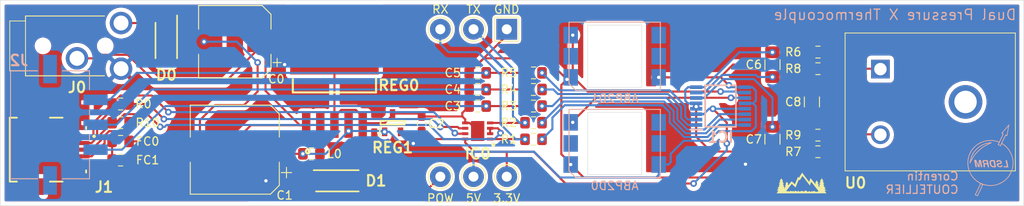
<source format=kicad_pcb>
(kicad_pcb (version 20171130) (host pcbnew "(5.1.0)-1")
  (layers (0 F.Cu signal) (31 B.Cu signal) (34 B.Paste user) (35 F.Paste user) (36 B.SilkS user) (37 F.SilkS user) (38 B.Mask user) (39 F.Mask user) (44 Edge.Cuts user))
  (net 0 "")
  (net 1 /AIN0)
  (net 2 "Net-(ABP2D0-Pad4)")
  (net 3 "Net-(ABP2D0-Pad2)")
  (net 4 "Net-(ABP2D0-Pad5)")
  (net 5 GND)
  (net 6 /5V)
  (net 7 "Net-(ABP2D1-Pad5)")
  (net 8 "Net-(ABP2D1-Pad2)")
  (net 9 "Net-(ABP2D1-Pad4)")
  (net 10 /AIN1)
  (net 11 /POWER)
  (net 12 /3.3V)
  (net 13 /GPIO2)
  (net 14 /GPIO1)
  (net 15 /GPIO0)
  (net 16 /AIN2)
  (net 17 /AIN3)
  (net 18 "Net-(D0-Pad1)")
  (net 19 "Net-(D1-Pad1)")
  (net 20 "Net-(FC0-Pad1)")
  (net 21 /SHIELD)
  (net 22 "Net-(IC0-Pad1)")
  (net 23 /#ENABLE)
  (net 24 "Net-(IC0-Pad4)")
  (net 25 "Net-(IC0-Pad6)")
  (net 26 "Net-(IC0-Pad7)")
  (net 27 "Net-(IC1-Pad1)")
  (net 28 "Net-(IC1-Pad2)")
  (net 29 "Net-(IC1-Pad14)")
  (net 30 "Net-(IC1-Pad15)")
  (net 31 "Net-(IC1-Pad16)")
  (net 32 /ENABLE)
  (net 33 "Net-(J2-PadMP1)")
  (net 34 "Net-(J2-PadMP2)")
  (net 35 "Net-(R6-Pad2)")
  (net 36 "Net-(R7-Pad1)")
  (net 37 "Net-(U0-PadMH1)")
  (module Desktop:Mountain (layer F.Cu) (at 217.75 109.25)
    (fp_text reference G*** hide)
    (fp_text value LOGO hide)
  )
  (module Desktop:LSDRMpcb_BIGONE (layer B.Cu) (at 240.5 106.5 180)
    (fp_text reference G*** hide)
    (fp_text value LOGO hide)
  )
  (module SamacSys_Parts:ABP2D (layer B.Cu) (at 195.25 104.5 90)
    (fp_text reference ABP2D0 (at -5.1 0) (layer B.SilkS) (effects (justify mirror)))
    (fp_text value ABP2D)
    (pad 3 smd rect (at 2.54 -5.3 90) (size 2 1.75) (layers B.Cu B.Paste B.Mask) (net 1 /AIN0))
    (pad 4 smd rect (at 2.54 5.3 90) (size 2 1.75) (layers B.Cu B.Paste B.Mask) (net 2 "Net-(ABP2D0-Pad4)"))
    (pad 2 smd rect (at 0 -5.3 90) (size 2 1.75) (layers B.Cu B.Paste B.Mask) (net 3 "Net-(ABP2D0-Pad2)"))
    (pad 5 smd rect (at 0 5.3 90) (size 2 1.75) (layers B.Cu B.Paste B.Mask) (net 4 "Net-(ABP2D0-Pad5)"))
    (pad 1 smd rect (at -2.54 -5.3 90) (size 2 1.75) (layers B.Cu B.Paste B.Mask) (net 5 GND))
    (pad 6 smd rect (at -2.54 5.3 90) (size 2 1.75) (layers B.Cu B.Paste B.Mask) (net 6 /5V))
  )
  (module SamacSys_Parts:ABP2D (layer B.Cu) (at 195.25 94 90)
    (fp_text reference ABP2D1 (at -5.1 0) (layer B.SilkS) (effects (justify mirror)))
    (fp_text value ABP2D)
    (pad 3 smd rect (at 2.54 -5.3 90) (size 2 1.75) (layers B.Cu B.Paste B.Mask) (net 10 /AIN1))
    (pad 4 smd rect (at 2.54 5.3 90) (size 2 1.75) (layers B.Cu B.Paste B.Mask) (net 9 "Net-(ABP2D1-Pad4)"))
    (pad 2 smd rect (at 0 -5.3 90) (size 2 1.75) (layers B.Cu B.Paste B.Mask) (net 8 "Net-(ABP2D1-Pad2)"))
    (pad 5 smd rect (at 0 5.3 90) (size 2 1.75) (layers B.Cu B.Paste B.Mask) (net 7 "Net-(ABP2D1-Pad5)"))
    (pad 1 smd rect (at -2.54 -5.3 90) (size 2 1.75) (layers B.Cu B.Paste B.Mask) (net 5 GND))
    (pad 6 smd rect (at -2.54 5.3 90) (size 2 1.75) (layers B.Cu B.Paste B.Mask) (net 6 /5V))
  )
  (module Capacitor_SMD:CP_Elec_8x10.5 (layer F.Cu) (at 149.5 92.25 180)
    (fp_text reference C0 (at -5 -4.5) (layer F.SilkS))
    (fp_text value 100u)
    (pad 1 smd roundrect (at -3.7 0 180) (size 4.4 2.5) (layers F.Cu F.Paste F.Mask) (roundrect_rratio 0.1) (net 11 /POWER))
    (pad 2 smd roundrect (at 3.7 0 180) (size 4.4 2.5) (layers F.Cu F.Paste F.Mask) (roundrect_rratio 0.1) (net 5 GND))
  )
  (module Capacitor_SMD:CP_Elec_10x10.5 (layer F.Cu) (at 149.5 105.25 180)
    (fp_text reference C1 (at -6 -5.5) (layer F.SilkS))
    (fp_text value 1000u)
    (pad 1 smd roundrect (at -4.2 0 180) (size 4.4 2.5) (layers F.Cu F.Paste F.Mask) (roundrect_rratio 0.1) (net 6 /5V))
    (pad 2 smd roundrect (at 4.2 0 180) (size 4.4 2.5) (layers F.Cu F.Paste F.Mask) (roundrect_rratio 0.1) (net 5 GND))
  )
  (module Capacitor_SMD:C_0603_1608Metric_Pad1.05x0.95mm_HandSolder (layer F.Cu) (at 172 102.125 90)
    (fp_text reference C2 (at 0 1.75 180) (layer F.SilkS))
    (fp_text value 1u)
    (pad 1 smd roundrect (at -0.875 0 90) (size 1.05 0.95) (layers F.Cu F.Paste F.Mask) (net 12 /3.3V))
    (pad 2 smd roundrect (at 0.875 0 90) (size 1.05 0.95) (layers F.Cu F.Paste F.Mask) (net 5 GND))
  )
  (module Capacitor_SMD:C_0805_2012Metric_Pad1.15x1.40mm_HandSolder (layer F.Cu) (at 178.75 100 180)
    (fp_text reference C3 (at 3 0 180) (layer F.SilkS))
    (fp_text value FREECHOICE)
    (pad 1 smd roundrect (at -1.025 0 180) (size 1.15 1.4) (layers F.Cu F.Paste F.Mask) (roundrect_rratio 0.217391) (net 13 /GPIO2))
    (pad 2 smd roundrect (at 1.025 0 180) (size 1.15 1.4) (layers F.Cu F.Paste F.Mask) (roundrect_rratio 0.217391) (net 5 GND))
  )
  (module Capacitor_SMD:C_0805_2012Metric_Pad1.15x1.40mm_HandSolder (layer F.Cu) (at 178.75 98 180)
    (fp_text reference C4 (at 3 0 180) (layer F.SilkS))
    (fp_text value FC)
    (pad 2 smd roundrect (at 1.025 0 180) (size 1.15 1.4) (layers F.Cu F.Paste F.Mask) (roundrect_rratio 0.217391) (net 5 GND))
    (pad 1 smd roundrect (at -1.025 0 180) (size 1.15 1.4) (layers F.Cu F.Paste F.Mask) (roundrect_rratio 0.217391) (net 14 /GPIO1))
  )
  (module Capacitor_SMD:C_0805_2012Metric_Pad1.15x1.40mm_HandSolder (layer F.Cu) (at 178.75 96 180)
    (fp_text reference C5 (at 3 0 180) (layer F.SilkS))
    (fp_text value FC)
    (pad 1 smd roundrect (at -1.025 0 180) (size 1.15 1.4) (layers F.Cu F.Paste F.Mask) (roundrect_rratio 0.217391) (net 15 /GPIO0))
    (pad 2 smd roundrect (at 1.025 0 180) (size 1.15 1.4) (layers F.Cu F.Paste F.Mask) (roundrect_rratio 0.217391) (net 5 GND))
  )
  (module Capacitor_SMD:C_1206_3216Metric_Pad1.42x1.75mm_HandSolder (layer F.Cu) (at 214.25 95.0125 270)
    (fp_text reference C6 (at -0.0125 2.25) (layer F.SilkS))
    (fp_text value 10n)
    (pad 2 smd roundrect (at 1.4875 0 270) (size 1.425 1.75) (layers F.Cu F.Paste F.Mask) (roundrect_rratio 0.175439) (net 16 /AIN2))
    (pad 1 smd roundrect (at -1.4875 0 270) (size 1.425 1.75) (layers F.Cu F.Paste F.Mask) (roundrect_rratio 0.175439) (net 5 GND))
  )
  (module Capacitor_SMD:C_1206_3216Metric_Pad1.42x1.75mm_HandSolder (layer F.Cu) (at 214.25 103.9875 270)
    (fp_text reference C7 (at 0.0125 2.25) (layer F.SilkS))
    (fp_text value 10n)
    (pad 1 smd roundrect (at -1.4875 0 270) (size 1.425 1.75) (layers F.Cu F.Paste F.Mask) (roundrect_rratio 0.175439) (net 17 /AIN3))
    (pad 2 smd roundrect (at 1.4875 0 270) (size 1.425 1.75) (layers F.Cu F.Paste F.Mask) (roundrect_rratio 0.175439) (net 5 GND))
  )
  (module Capacitor_SMD:C_1206_3216Metric_Pad1.42x1.75mm_HandSolder (layer F.Cu) (at 219 99.5 270)
    (fp_text reference C8 (at 0 2.25) (layer F.SilkS))
    (fp_text value 10u)
    (pad 1 smd roundrect (at -1.4875 0 270) (size 1.425 1.75) (layers F.Cu F.Paste F.Mask) (roundrect_rratio 0.175439) (net 16 /AIN2))
    (pad 2 smd roundrect (at 1.4875 0 270) (size 1.425 1.75) (layers F.Cu F.Paste F.Mask) (roundrect_rratio 0.175439) (net 17 /AIN3))
  )
  (module SamacSys_Parts:SODFL5226X110N (layer F.Cu) (at 141.25 92.1 270)
    (fp_text reference D0 (at 4.15 0) (layer F.SilkS) (effects (font (size 1.27 1.27) (thickness 0.254))))
    (fp_text value SBRT3U60SAF-13 hide)
    (pad 1 smd rect (at -2.1 0) (size 1.67 1.82) (layers F.Cu F.Paste F.Mask) (net 18 "Net-(D0-Pad1)"))
    (pad 2 smd rect (at 2.1 0) (size 1.67 1.82) (layers F.Cu F.Paste F.Mask) (net 5 GND))
  )
  (module SamacSys_Parts:DIOM5126X230N (layer F.Cu) (at 161.85 109)
    (fp_text reference D1 (at 4.65 0) (layer F.SilkS) (effects (font (size 1.27 1.27) (thickness 0.254))))
    (fp_text value SK34A hide)
    (pad 1 smd rect (at -2.1 0 90) (size 1.5 2.1) (layers F.Cu F.Paste F.Mask) (net 19 "Net-(D1-Pad1)"))
    (pad 2 smd rect (at 2.1 0 90) (size 1.5 2.1) (layers F.Cu F.Paste F.Mask) (net 5 GND))
  )
  (module Resistor_SMD:R_0805_2012Metric_Pad1.15x1.40mm_HandSolder (layer F.Cu) (at 135.75 104.25)
    (fp_text reference FC0 (at 3.25 0) (layer F.SilkS))
    (fp_text value R)
    (pad 1 smd roundrect (at -1.025 0) (size 1.15 1.4) (layers F.Cu F.Paste F.Mask) (roundrect_rratio 0.217391) (net 20 "Net-(FC0-Pad1)"))
    (pad 2 smd roundrect (at 1.025 0) (size 1.15 1.4) (layers F.Cu F.Paste F.Mask) (roundrect_rratio 0.217391) (net 5 GND))
  )
  (module Resistor_SMD:R_0805_2012Metric_Pad1.15x1.40mm_HandSolder (layer F.Cu) (at 135.75 106.5)
    (fp_text reference FC1 (at 3.25 0) (layer F.SilkS))
    (fp_text value R)
    (pad 2 smd roundrect (at 1.025 0) (size 1.15 1.4) (layers F.Cu F.Paste F.Mask) (roundrect_rratio 0.217391) (net 21 /SHIELD))
    (pad 1 smd roundrect (at -1.025 0) (size 1.15 1.4) (layers F.Cu F.Paste F.Mask) (roundrect_rratio 0.217391) (net 20 "Net-(FC0-Pad1)"))
  )
  (module SamacSys_Parts:SON65P300X300X80-9N (layer F.Cu) (at 178.75 103 180)
    (fp_text reference IC0 (at 0 -2.75 180) (layer F.SilkS) (effects (font (size 1.27 1.27) (thickness 0.254))))
    (fp_text value MAX14840EATA+ hide)
    (pad 1 smd rect (at -1.5 -0.975 270) (size 0.35 0.75) (layers F.Cu F.Paste F.Mask) (net 22 "Net-(IC0-Pad1)"))
    (pad 2 smd rect (at -1.5 -0.325 270) (size 0.35 0.75) (layers F.Cu F.Paste F.Mask) (net 23 /#ENABLE))
    (pad 3 smd rect (at -1.5 0.325 270) (size 0.35 0.75) (layers F.Cu F.Paste F.Mask) (net 23 /#ENABLE))
    (pad 4 smd rect (at -1.5 0.975 270) (size 0.35 0.75) (layers F.Cu F.Paste F.Mask) (net 24 "Net-(IC0-Pad4)"))
    (pad 5 smd rect (at 1.5 0.975 270) (size 0.35 0.75) (layers F.Cu F.Paste F.Mask) (net 5 GND))
    (pad 6 smd rect (at 1.5 0.325 270) (size 0.35 0.75) (layers F.Cu F.Paste F.Mask) (net 25 "Net-(IC0-Pad6)"))
    (pad 7 smd rect (at 1.5 -0.325 270) (size 0.35 0.75) (layers F.Cu F.Paste F.Mask) (net 26 "Net-(IC0-Pad7)"))
    (pad 8 smd rect (at 1.5 -0.975 270) (size 0.35 0.75) (layers F.Cu F.Paste F.Mask) (net 12 /3.3V))
    (pad 9 smd rect (at 0 0 180) (size 1.6 2.4) (layers F.Cu F.Paste F.Mask) (net 5 GND))
  )
  (module SamacSys_Parts:SOP65P640X120-16N (layer B.Cu) (at 208 100)
    (fp_text reference IC1 (at 0 3.75) (layer B.SilkS) (effects (font (size 1.27 1.27) (thickness 0.254)) (justify mirror)))
    (fp_text value ADS122U04IPW hide)
    (pad 1 smd rect (at -2.938 2.275 270) (size 0.45 1.475) (layers B.Cu B.Paste B.Mask) (net 27 "Net-(IC1-Pad1)"))
    (pad 2 smd rect (at -2.938 1.625 270) (size 0.45 1.475) (layers B.Cu B.Paste B.Mask) (net 28 "Net-(IC1-Pad2)"))
    (pad 3 smd rect (at -2.938 0.975 270) (size 0.45 1.475) (layers B.Cu B.Paste B.Mask) (net 12 /3.3V))
    (pad 4 smd rect (at -2.938 0.325 270) (size 0.45 1.475) (layers B.Cu B.Paste B.Mask) (net 5 GND))
    (pad 5 smd rect (at -2.938 -0.325 270) (size 0.45 1.475) (layers B.Cu B.Paste B.Mask) (net 5 GND))
    (pad 6 smd rect (at -2.938 -0.975 270) (size 0.45 1.475) (layers B.Cu B.Paste B.Mask) (net 17 /AIN3))
    (pad 7 smd rect (at -2.938 -1.625 270) (size 0.45 1.475) (layers B.Cu B.Paste B.Mask) (net 16 /AIN2))
    (pad 8 smd rect (at -2.938 -2.275 270) (size 0.45 1.475) (layers B.Cu B.Paste B.Mask) (net 5 GND))
    (pad 9 smd rect (at 2.938 -2.275 270) (size 0.45 1.475) (layers B.Cu B.Paste B.Mask) (net 6 /5V))
    (pad 10 smd rect (at 2.938 -1.625 270) (size 0.45 1.475) (layers B.Cu B.Paste B.Mask) (net 10 /AIN1))
    (pad 11 smd rect (at 2.938 -0.975 270) (size 0.45 1.475) (layers B.Cu B.Paste B.Mask) (net 1 /AIN0))
    (pad 12 smd rect (at 2.938 -0.325 270) (size 0.45 1.475) (layers B.Cu B.Paste B.Mask) (net 6 /5V))
    (pad 13 smd rect (at 2.938 0.325 270) (size 0.45 1.475) (layers B.Cu B.Paste B.Mask) (net 12 /3.3V))
    (pad 14 smd rect (at 2.938 0.975 270) (size 0.45 1.475) (layers B.Cu B.Paste B.Mask) (net 29 "Net-(IC1-Pad14)"))
    (pad 15 smd rect (at 2.938 1.625 270) (size 0.45 1.475) (layers B.Cu B.Paste B.Mask) (net 30 "Net-(IC1-Pad15)"))
    (pad 16 smd rect (at 2.938 2.275 270) (size 0.45 1.475) (layers B.Cu B.Paste B.Mask) (net 31 "Net-(IC1-Pad16)"))
  )
  (module SamacSys_Parts:STX3000 (layer F.Cu) (at 130.5 94.25)
    (fp_text reference J0 (at 0 3.5) (layer F.SilkS) (effects (font (size 1.27 1.27) (thickness 0.254))))
    (fp_text value STX-3000 hide)
    (pad 1 thru_hole circle (at 0 0) (size 2.704 2.704) (drill 1.80278) (layers *.Cu *.Mask) (net 11 /POWER))
    (pad 2 thru_hole circle (at 5.3 -4.25) (size 2.704 2.704) (drill 1.80278) (layers *.Cu *.Mask) (net 18 "Net-(D0-Pad1)"))
    (pad 3 thru_hole circle (at 5.3 1.25) (size 2.704 2.704) (drill 1.80278) (layers *.Cu *.Mask) (net 21 /SHIELD))
    (pad MH1 np_thru_hole circle (at -4.1 -1.5) (size 1 0) (drill 1) (layers *.Cu *.Mask))
    (pad MH2 np_thru_hole circle (at 3.4 -1.5) (size 1 0) (drill 1) (layers *.Cu *.Mask))
  )
  (module SamacSys_Parts:USB206605RBHM15STB0000A (layer F.Cu) (at 125.25 105.25 270)
    (fp_text reference J1 (at 4.5 -8.5) (layer F.SilkS) (effects (font (size 1.27 1.27) (thickness 0.254))))
    (fp_text value USB2066-05-RBHM-15-STB-00-00-A hide)
    (pad 1 smd rect (at -1.6 -5.6 270) (size 0.5 2.3) (layers F.Cu F.Paste F.Mask) (net 26 "Net-(IC0-Pad7)"))
    (pad 2 smd rect (at -0.8 -5.6 270) (size 0.5 2.3) (layers F.Cu F.Paste F.Mask) (net 25 "Net-(IC0-Pad6)"))
    (pad 3 smd rect (at 0 -5.6 270) (size 0.5 2.3) (layers F.Cu F.Paste F.Mask) (net 23 /#ENABLE))
    (pad 4 smd rect (at 0.8 -5.6 270) (size 0.5 2.3) (layers F.Cu F.Paste F.Mask) (net 32 /ENABLE))
    (pad 5 smd rect (at 1.6 -5.6 270) (size 0.5 2.3) (layers F.Cu F.Paste F.Mask) (net 20 "Net-(FC0-Pad1)"))
    (pad MP1 smd rect (at -4.45 -5.5 270) (size 2 2.5) (layers F.Cu F.Paste F.Mask) (net 21 /SHIELD))
    (pad MP2 smd rect (at 4.45 -5.5 270) (size 2 2.5) (layers F.Cu F.Paste F.Mask) (net 21 /SHIELD))
    (pad MP3 smd rect (at 4.45 0 270) (size 2 2.5) (layers F.Cu F.Paste F.Mask) (net 21 /SHIELD))
    (pad MP4 smd rect (at -4.45 0 270) (size 2 2.5) (layers F.Cu F.Paste F.Mask) (net 21 /SHIELD))
  )
  (module SamacSys_Parts:214450573 (layer B.Cu) (at 127.25 102.25 90)
    (fp_text reference J2 (at 7.75 -3.75 180) (layer B.SilkS) (effects (font (size 1.27 1.27) (thickness 0.254)) (justify mirror)))
    (fp_text value 2-1445057-3 hide)
    (pad 1 smd rect (at 3 5.48 90) (size 1.27 2.92) (layers B.Cu B.Paste B.Mask) (net 15 /GPIO0))
    (pad 2 smd rect (at 0 5.48 90) (size 1.27 2.92) (layers B.Cu B.Paste B.Mask) (net 14 /GPIO1))
    (pad 3 smd rect (at -3 5.48 90) (size 1.27 2.92) (layers B.Cu B.Paste B.Mask) (net 13 /GPIO2))
    (pad MP1 smd rect (at 6.705 0) (size 1.65 3.43) (layers B.Cu B.Paste B.Mask) (net 33 "Net-(J2-PadMP1)"))
    (pad MP2 smd rect (at -6.705 0) (size 1.65 3.43) (layers B.Cu B.Paste B.Mask) (net 34 "Net-(J2-PadMP2)"))
  )
  (module Inductor_SMD:L_0805_2012Metric_Pad1.15x1.40mm_HandSolder (layer F.Cu) (at 158.725 105.75)
    (fp_text reference L0 (at 2.775 0) (layer F.SilkS))
    (fp_text value 100u)
    (pad 1 smd roundrect (at -1.025 0) (size 1.15 1.4) (layers F.Cu F.Paste F.Mask) (roundrect_rratio 0.217391) (net 6 /5V))
    (pad 2 smd roundrect (at 1.025 0) (size 1.15 1.4) (layers F.Cu F.Paste F.Mask) (roundrect_rratio 0.217391) (net 19 "Net-(D1-Pad1)"))
  )
  (module Resistor_SMD:R_0805_2012Metric_Pad1.15x1.40mm_HandSolder (layer F.Cu) (at 135.75 99.75)
    (fp_text reference R0 (at 2.75 0) (layer F.SilkS))
    (fp_text value 120)
    (pad 2 smd roundrect (at 1.025 0) (size 1.15 1.4) (layers F.Cu F.Paste F.Mask) (roundrect_rratio 0.217391) (net 25 "Net-(IC0-Pad6)"))
    (pad 1 smd roundrect (at -1.025 0) (size 1.15 1.4) (layers F.Cu F.Paste F.Mask) (roundrect_rratio 0.217391) (net 26 "Net-(IC0-Pad7)"))
  )
  (module Resistor_SMD:R_0805_2012Metric_Pad1.15x1.40mm_HandSolder (layer F.Cu) (at 185.475 104)
    (fp_text reference R1 (at -2.975 0) (layer F.SilkS))
    (fp_text value 47)
    (pad 1 smd roundrect (at -1.025 0) (size 1.15 1.4) (layers F.Cu F.Paste F.Mask) (roundrect_rratio 0.217391) (net 22 "Net-(IC0-Pad1)"))
    (pad 2 smd roundrect (at 1.025 0) (size 1.15 1.4) (layers F.Cu F.Paste F.Mask) (roundrect_rratio 0.217391) (net 31 "Net-(IC1-Pad16)"))
  )
  (module Resistor_SMD:R_0805_2012Metric_Pad1.15x1.40mm_HandSolder (layer F.Cu) (at 185.475 102)
    (fp_text reference R2 (at -2.975 0) (layer F.SilkS))
    (fp_text value 47)
    (pad 2 smd roundrect (at 1.025 0) (size 1.15 1.4) (layers F.Cu F.Paste F.Mask) (roundrect_rratio 0.217391) (net 30 "Net-(IC1-Pad15)"))
    (pad 1 smd roundrect (at -1.025 0) (size 1.15 1.4) (layers F.Cu F.Paste F.Mask) (roundrect_rratio 0.217391) (net 24 "Net-(IC0-Pad4)"))
  )
  (module Resistor_SMD:R_0805_2012Metric_Pad1.15x1.40mm_HandSolder (layer F.Cu) (at 185.475 100)
    (fp_text reference R3 (at -2.975 0) (layer F.SilkS))
    (fp_text value 47)
    (pad 1 smd roundrect (at -1.025 0) (size 1.15 1.4) (layers F.Cu F.Paste F.Mask) (roundrect_rratio 0.217391) (net 13 /GPIO2))
    (pad 2 smd roundrect (at 1.025 0) (size 1.15 1.4) (layers F.Cu F.Paste F.Mask) (roundrect_rratio 0.217391) (net 29 "Net-(IC1-Pad14)"))
  )
  (module Resistor_SMD:R_0805_2012Metric_Pad1.15x1.40mm_HandSolder (layer F.Cu) (at 185.475 98 180)
    (fp_text reference R4 (at 3 0 180) (layer F.SilkS))
    (fp_text value 47)
    (pad 2 smd roundrect (at 1.025 0 180) (size 1.15 1.4) (layers F.Cu F.Paste F.Mask) (roundrect_rratio 0.217391) (net 14 /GPIO1))
    (pad 1 smd roundrect (at -1.025 0 180) (size 1.15 1.4) (layers F.Cu F.Paste F.Mask) (roundrect_rratio 0.217391) (net 27 "Net-(IC1-Pad1)"))
  )
  (module Resistor_SMD:R_0805_2012Metric_Pad1.15x1.40mm_HandSolder (layer F.Cu) (at 185.475 96 180)
    (fp_text reference R5 (at 2.975 0 180) (layer F.SilkS))
    (fp_text value 47)
    (pad 1 smd roundrect (at -1.025 0 180) (size 1.15 1.4) (layers F.Cu F.Paste F.Mask) (roundrect_rratio 0.217391) (net 28 "Net-(IC1-Pad2)"))
    (pad 2 smd roundrect (at 1.025 0 180) (size 1.15 1.4) (layers F.Cu F.Paste F.Mask) (roundrect_rratio 0.217391) (net 15 /GPIO0))
  )
  (module Resistor_SMD:R_0805_2012Metric_Pad1.15x1.40mm_HandSolder (layer F.Cu) (at 219.725 93.5)
    (fp_text reference R6 (at -2.975 0) (layer F.SilkS))
    (fp_text value 1M)
    (pad 1 smd roundrect (at -1.025 0) (size 1.15 1.4) (layers F.Cu F.Paste F.Mask) (roundrect_rratio 0.217391) (net 6 /5V))
    (pad 2 smd roundrect (at 1.025 0) (size 1.15 1.4) (layers F.Cu F.Paste F.Mask) (roundrect_rratio 0.217391) (net 35 "Net-(R6-Pad2)"))
  )
  (module Resistor_SMD:R_0805_2012Metric_Pad1.15x1.40mm_HandSolder (layer F.Cu) (at 219.725 105.5 180)
    (fp_text reference R7 (at 2.975 0 180) (layer F.SilkS))
    (fp_text value 1M)
    (pad 2 smd roundrect (at 1.025 0 180) (size 1.15 1.4) (layers F.Cu F.Paste F.Mask) (roundrect_rratio 0.217391) (net 5 GND))
    (pad 1 smd roundrect (at -1.025 0 180) (size 1.15 1.4) (layers F.Cu F.Paste F.Mask) (roundrect_rratio 0.217391) (net 36 "Net-(R7-Pad1)"))
  )
  (module Resistor_SMD:R_0805_2012Metric_Pad1.15x1.40mm_HandSolder (layer F.Cu) (at 219.725 95.5)
    (fp_text reference R8 (at -2.975 0) (layer F.SilkS))
    (fp_text value 1k)
    (pad 1 smd roundrect (at -1.025 0) (size 1.15 1.4) (layers F.Cu F.Paste F.Mask) (roundrect_rratio 0.217391) (net 16 /AIN2))
    (pad 2 smd roundrect (at 1.025 0) (size 1.15 1.4) (layers F.Cu F.Paste F.Mask) (roundrect_rratio 0.217391) (net 35 "Net-(R6-Pad2)"))
  )
  (module Resistor_SMD:R_0805_2012Metric_Pad1.15x1.40mm_HandSolder (layer F.Cu) (at 219.725 103.5)
    (fp_text reference R9 (at -2.975 0) (layer F.SilkS))
    (fp_text value 1k)
    (pad 2 smd roundrect (at 1.025 0) (size 1.15 1.4) (layers F.Cu F.Paste F.Mask) (roundrect_rratio 0.217391) (net 36 "Net-(R7-Pad1)"))
    (pad 1 smd roundrect (at -1.025 0) (size 1.15 1.4) (layers F.Cu F.Paste F.Mask) (roundrect_rratio 0.217391) (net 17 /AIN3))
  )
  (module Resistor_SMD:R_0805_2012Metric_Pad1.15x1.40mm_HandSolder (layer F.Cu) (at 135.75 102)
    (fp_text reference R10 (at 3.25 0) (layer F.SilkS))
    (fp_text value 120)
    (pad 1 smd roundrect (at -1.025 0) (size 1.15 1.4) (layers F.Cu F.Paste F.Mask) (roundrect_rratio 0.217391) (net 23 /#ENABLE))
    (pad 2 smd roundrect (at 1.025 0) (size 1.15 1.4) (layers F.Cu F.Paste F.Mask) (roundrect_rratio 0.217391) (net 32 /ENABLE))
  )
  (module SamacSys_Parts:D2TSUFFIX-CASE936A-02-ISSUEC (layer F.Cu) (at 156.49 89.15 270)
    (fp_text reference REG0 (at 8.35 -12.76) (layer F.SilkS) (effects (font (size 1.27 1.27) (thickness 0.254))))
    (fp_text value LM2576D2TR4-5G hide)
    (pad 1 smd rect (at 13.155 -1.606) (size 1.016 3.05) (layers F.Cu F.Paste F.Mask) (net 11 /POWER))
    (pad 2 smd rect (at 13.155 -3.308) (size 1.016 3.05) (layers F.Cu F.Paste F.Mask) (net 19 "Net-(D1-Pad1)"))
    (pad 3 smd rect (at 13.155 -5.01) (size 1.016 3.05) (layers F.Cu F.Paste F.Mask) (net 5 GND))
    (pad 4 smd rect (at 13.155 -6.712) (size 1.016 3.05) (layers F.Cu F.Paste F.Mask) (net 6 /5V))
    (pad 5 smd rect (at 13.155 -8.414) (size 1.016 3.05) (layers F.Cu F.Paste F.Mask) (net 5 GND))
    (pad 6 smd rect (at 2.85 -5.01 270) (size 8.38 10.66) (layers F.Cu F.Paste F.Mask) (net 5 GND))
  )
  (module SamacSys_Parts:SOT96P240X135-3N (layer F.Cu) (at 168.5 102 90)
    (fp_text reference REG1 (at -3 0 180) (layer F.SilkS) (effects (font (size 1.27 1.27) (thickness 0.254))))
    (fp_text value AP7333-33SAG-7 hide)
    (pad 1 smd rect (at -1.1 -0.96 180) (size 0.65 1.05) (layers F.Cu F.Paste F.Mask) (net 6 /5V))
    (pad 2 smd rect (at -1.1 0.96 180) (size 0.65 1.05) (layers F.Cu F.Paste F.Mask) (net 12 /3.3V))
    (pad 3 smd rect (at 1.1 0 180) (size 0.65 1.05) (layers F.Cu F.Paste F.Mask) (net 5 GND))
  )
  (module TestPoint:TestPoint_THTPad_D2.5mm_Drill1.2mm (layer F.Cu) (at 174.25 90.75)
    (fp_text reference RX (at 0 -2.398) (layer F.SilkS))
    (fp_text value TestPoint)
    (pad 1 thru_hole circle (at 0 0) (size 2.5 2.5) (drill 1.2) (layers *.Cu *.Mask) (net 22 "Net-(IC0-Pad1)"))
  )
  (module TestPoint:TestPoint_THTPad_D2.5mm_Drill1.2mm (layer F.Cu) (at 174.25 108.5)
    (fp_text reference POW (at 0 2.602) (layer F.SilkS))
    (fp_text value TestPoint)
    (pad 1 thru_hole circle (at 0 0) (size 2.5 2.5) (drill 1.2) (layers *.Cu *.Mask) (net 11 /POWER))
  )
  (module TestPoint:TestPoint_THTPad_D2.5mm_Drill1.2mm (layer F.Cu) (at 178.25 108.5)
    (fp_text reference 5V (at 0 2.602) (layer F.SilkS))
    (fp_text value TestPoint)
    (pad 1 thru_hole circle (at 0 0) (size 2.5 2.5) (drill 1.2) (layers *.Cu *.Mask) (net 6 /5V))
  )
  (module TestPoint:TestPoint_THTPad_D2.5mm_Drill1.2mm (layer F.Cu) (at 182.25 108.5)
    (fp_text reference 3.3V (at 0 2.602) (layer F.SilkS))
    (fp_text value TestPoint)
    (pad 1 thru_hole circle (at 0 0) (size 2.5 2.5) (drill 1.2) (layers *.Cu *.Mask) (net 12 /3.3V))
  )
  (module TestPoint:TestPoint_THTPad_2.5x2.5mm_Drill1.2mm (layer F.Cu) (at 182.25 90.75)
    (fp_text reference GND (at 0 -2.398) (layer F.SilkS))
    (fp_text value TestPoint)
    (pad 1 thru_hole rect (at 0 0) (size 2.5 2.5) (drill 1.2) (layers *.Cu *.Mask) (net 5 GND))
  )
  (module TestPoint:TestPoint_THTPad_D2.5mm_Drill1.2mm (layer F.Cu) (at 178.25 90.75)
    (fp_text reference TX (at 0 -2.398) (layer F.SilkS))
    (fp_text value TestPoint)
    (pad 1 thru_hole circle (at 0 0) (size 2.5 2.5) (drill 1.2) (layers *.Cu *.Mask) (net 24 "Net-(IC0-Pad4)"))
  )
  (module SamacSys_Parts:AMKPCB (layer F.Cu) (at 227.25 95.55)
    (fp_text reference U0 (at -3 13.7) (layer F.SilkS) (effects (font (size 1.27 1.27) (thickness 0.254))))
    (fp_text value AM-K-PCB hide)
    (pad 1 thru_hole rect (at 0 0) (size 2.25 2.25) (drill 1.5) (layers *.Cu *.Mask) (net 35 "Net-(R6-Pad2)"))
    (pad 2 thru_hole circle (at 0 7.9) (size 2.25 2.25) (drill 1.5) (layers *.Cu *.Mask) (net 36 "Net-(R7-Pad1)"))
    (pad MH1 thru_hole circle (at 10.25 3.95) (size 4.05 4.05) (drill 2.7) (layers *.Cu *.Mask) (net 37 "Net-(U0-PadMH1)"))
  )
  (gr_text "Corentin\nCOUTELLIER" (at 236.75 109.25) (layer B.SilkS) (effects (font (size 1 1)) (justify left mirror)))
  (gr_text "Dual Pressure X Thermocouple" (at 229 89) (layer B.SilkS) (effects (font (size 1.25 1.25)) (justify mirror)))
  (gr_line (start 244.5 112) (end 244.5 87.25) (layer Edge.Cuts) (width 0.05))
  (gr_line (start 121.25 112) (end 244.5 112) (layer Edge.Cuts) (width 0.05))
  (gr_line (start 121.25 87.25) (end 121.25 112) (layer Edge.Cuts) (width 0.05))
  (gr_line (start 121.25 87.25) (end 244.5 87.25) (layer Edge.Cuts) (width 0.05))
  (gr_line (start 192 90.25) (end 198.5 90.25) (layer Edge.Cuts) (width 0.05))
  (gr_line (start 192 97.75) (end 192 90.25) (layer Edge.Cuts) (width 0.05))
  (gr_line (start 198.5 97.75) (end 192 97.75) (layer Edge.Cuts) (width 0.05))
  (gr_line (start 198.5 90.25) (end 198.5 97.75) (layer Edge.Cuts) (width 0.05))
  (gr_line (start 192 100.75) (end 198.5 100.75) (layer Edge.Cuts) (width 0.05))
  (gr_line (start 192 108.25) (end 192 100.75) (layer Edge.Cuts) (width 0.05))
  (gr_line (start 198.5 108.25) (end 192 108.25) (layer Edge.Cuts) (width 0.05))
  (gr_line (start 198.5 100.75) (end 198.5 108.25) (layer Edge.Cuts) (width 0.05))
  (via (at 190.2 101.96) (size 0.8) (drill 0.4) (layers F.Cu B.Cu) (net 1))
  (via (at 209.25 99) (size 0.8) (drill 0.4) (layers F.Cu B.Cu) (net 1))
  (segment (start 193.035 99) (end 209.25 99) (width 0.25) (layer F.Cu) (net 1))
  (segment (start 190.2 101.96) (end 190.2 101.835) (width 0.25) (layer F.Cu) (net 1))
  (segment (start 190.2 101.835) (end 193.035 99) (width 0.25) (layer F.Cu) (net 1))
  (segment (start 210.913 99) (end 210.938 99.025) (width 0.25) (layer B.Cu) (net 1))
  (segment (start 209.25 99) (end 210.913 99) (width 0.25) (layer B.Cu) (net 1))
  (segment (start 214.275 105.5) (end 214.25 105.475) (width 0.25) (layer F.Cu) (net 5))
  (segment (start 218.7 105.5) (end 214.275 105.5) (width 0.25) (layer F.Cu) (net 5))
  (segment (start 204.0745 97.725) (end 203.75 98.0495) (width 0.25) (layer B.Cu) (net 5))
  (segment (start 205.062 97.725) (end 204.0745 97.725) (width 0.25) (layer B.Cu) (net 5))
  (segment (start 204.0745 99.675) (end 205.062 99.675) (width 0.25) (layer B.Cu) (net 5))
  (segment (start 203.75 99.3505) (end 204.0745 99.675) (width 0.25) (layer B.Cu) (net 5))
  (segment (start 203.75 98.0495) (end 203.75 99.3505) (width 0.25) (layer B.Cu) (net 5))
  (via (at 214.25 93.525) (size 0.8) (drill 0.4) (layers F.Cu B.Cu) (net 5))
  (via (at 205.062 100.062) (size 0.8) (drill 0.4) (layers F.Cu B.Cu) (net 5))
  (segment (start 205.062 99.675) (end 205.062 100.062) (width 0.25) (layer B.Cu) (net 5))
  (segment (start 205.062 100.325) (end 205.062 100.062) (width 0.25) (layer B.Cu) (net 5))
  (via (at 189.95 107.04) (size 0.8) (drill 0.4) (layers F.Cu B.Cu) (net 5))
  (via (at 189.5 96.788477) (size 0.8) (drill 0.4) (layers F.Cu B.Cu) (net 5))
  (segment (start 189.95 107.04) (end 189.95 106.915) (width 0.25) (layer F.Cu) (net 5))
  (segment (start 189.95 106.915) (end 188.825 105.79) (width 0.25) (layer F.Cu) (net 5))
  (segment (start 177.775 102.025) (end 177.25 102.025) (width 0.25) (layer F.Cu) (net 5))
  (segment (start 178.75 103) (end 177.775 102.025) (width 0.25) (layer F.Cu) (net 5))
  (segment (start 177.725 100) (end 177.725 98) (width 0.25) (layer F.Cu) (net 5))
  (segment (start 177.725 98) (end 177.725 96) (width 0.25) (layer F.Cu) (net 5))
  (segment (start 177.725 96) (end 179.475 94.25) (width 0.25) (layer F.Cu) (net 5))
  (segment (start 164.904 107.546) (end 163.95 108.5) (width 0.25) (layer F.Cu) (net 5))
  (segment (start 164.904 102.055) (end 164.904 107.546) (width 0.25) (layer F.Cu) (net 5))
  (segment (start 168.5 101.1) (end 168.5 100.9) (width 0.25) (layer F.Cu) (net 5))
  (segment (start 167.545 102.055) (end 168.5 101.1) (width 0.25) (layer F.Cu) (net 5))
  (segment (start 171.65 100.9) (end 172 101.25) (width 0.25) (layer F.Cu) (net 5))
  (segment (start 168.5 100.9) (end 171.65 100.9) (width 0.25) (layer F.Cu) (net 5))
  (segment (start 167.545 102.055) (end 164.904 102.055) (width 0.25) (layer F.Cu) (net 5))
  (segment (start 177.25 101.6) (end 177.25 102.025) (width 0.25) (layer F.Cu) (net 5))
  (segment (start 176.9 101.25) (end 177.25 101.6) (width 0.25) (layer F.Cu) (net 5))
  (segment (start 172 101.25) (end 176.9 101.25) (width 0.25) (layer F.Cu) (net 5))
  (segment (start 176.9 100.825) (end 177.725 100) (width 0.25) (layer F.Cu) (net 5))
  (segment (start 176.9 101.25) (end 176.9 100.825) (width 0.25) (layer F.Cu) (net 5))
  (segment (start 143.85 94.2) (end 145.8 92.25) (width 0.25) (layer F.Cu) (net 5))
  (segment (start 141.25 94.2) (end 143.85 94.2) (width 0.25) (layer F.Cu) (net 5))
  (segment (start 141 104.25) (end 142 105.25) (width 0.25) (layer F.Cu) (net 5))
  (segment (start 136.775 104.25) (end 141 104.25) (width 0.25) (layer F.Cu) (net 5))
  (segment (start 145.3 105.25) (end 142 105.25) (width 0.25) (layer F.Cu) (net 5))
  (via (at 152.25 94.75) (size 0.8) (drill 0.4) (layers F.Cu B.Cu) (net 5))
  (segment (start 145.3 105.25) (end 145.3 101.7) (width 0.25) (layer F.Cu) (net 5))
  (via (at 145.8 92.25) (size 0.8) (drill 0.4) (layers F.Cu B.Cu) (net 5))
  (segment (start 152.25 94.75) (end 149.75 92.25) (width 0.25) (layer B.Cu) (net 5))
  (segment (start 149.75 92.25) (end 145.8 92.25) (width 0.25) (layer B.Cu) (net 5))
  (segment (start 152.25 94.75) (end 152.25 98.25) (width 0.25) (layer F.Cu) (net 5))
  (segment (start 150.625 99.875) (end 147.125 99.875) (width 0.25) (layer F.Cu) (net 5))
  (segment (start 152.25 98.25) (end 150.625 99.875) (width 0.25) (layer F.Cu) (net 5))
  (segment (start 145.3 101.7) (end 147.125 99.875) (width 0.25) (layer F.Cu) (net 5))
  (segment (start 161.5 92) (end 161.5 102.305) (width 0.25) (layer F.Cu) (net 5))
  (segment (start 164.904 101.288) (end 164.904 102.305) (width 0.25) (layer F.Cu) (net 5))
  (segment (start 164.070999 100.454999) (end 164.904 101.288) (width 0.25) (layer F.Cu) (net 5))
  (segment (start 162.333001 100.454999) (end 164.070999 100.454999) (width 0.25) (layer F.Cu) (net 5))
  (segment (start 161.5 101.288) (end 162.333001 100.454999) (width 0.25) (layer F.Cu) (net 5))
  (segment (start 161.5 102.305) (end 161.5 101.288) (width 0.25) (layer F.Cu) (net 5))
  (segment (start 145.8 92.25) (end 148.3 89.75) (width 0.25) (layer F.Cu) (net 5))
  (segment (start 159.25 89.75) (end 161.5 92) (width 0.25) (layer F.Cu) (net 5))
  (segment (start 148.3 89.75) (end 159.25 89.75) (width 0.25) (layer F.Cu) (net 5))
  (segment (start 182.25 91.475) (end 182.25 90.75) (width 0.25) (layer F.Cu) (net 5))
  (segment (start 177.725 96) (end 182.25 91.475) (width 0.25) (layer F.Cu) (net 5))
  (segment (start 214.25 107) (end 214.25 105.475) (width 0.25) (layer F.Cu) (net 5))
  (segment (start 212.64999 108.60001) (end 214.25 107) (width 0.25) (layer F.Cu) (net 5))
  (segment (start 189.95 107.04) (end 191.51001 108.60001) (width 0.25) (layer F.Cu) (net 5))
  (segment (start 191.51001 108.60001) (end 212.64999 108.60001) (width 0.25) (layer F.Cu) (net 5))
  (segment (start 206.849 105.475) (end 205.062 103.688) (width 0.25) (layer F.Cu) (net 5))
  (segment (start 214.25 105.475) (end 206.849 105.475) (width 0.25) (layer F.Cu) (net 5))
  (segment (start 205.062 100.062) (end 205.062 103.688) (width 0.25) (layer F.Cu) (net 5))
  (segment (start 210.2495 93.525) (end 211.525 93.525) (width 0.25) (layer B.Cu) (net 5))
  (segment (start 206.0495 97.725) (end 210.2495 93.525) (width 0.25) (layer B.Cu) (net 5))
  (segment (start 205.062 97.725) (end 206.0495 97.725) (width 0.25) (layer B.Cu) (net 5))
  (segment (start 211.525 93.525) (end 214.25 93.525) (width 0.25) (layer B.Cu) (net 5))
  (segment (start 186.961523 94.25) (end 186.75 94.25) (width 0.25) (layer F.Cu) (net 5))
  (segment (start 189.5 96.788477) (end 186.961523 94.25) (width 0.25) (layer F.Cu) (net 5))
  (segment (start 179.475 94.25) (end 186.75 94.25) (width 0.25) (layer F.Cu) (net 5))
  (segment (start 188.825 97.463477) (end 188.825 97.925) (width 0.25) (layer F.Cu) (net 5))
  (segment (start 189.5 96.788477) (end 188.825 97.463477) (width 0.25) (layer F.Cu) (net 5))
  (segment (start 188.825 105.79) (end 188.825 97.925) (width 0.25) (layer F.Cu) (net 5))
  (segment (start 188.825 97.925) (end 188.825 97.731661) (width 0.25) (layer F.Cu) (net 5))
  (segment (start 211.835502 97.725) (end 212.25 98.139498) (width 0.25) (layer B.Cu) (net 6))
  (segment (start 210.938 97.725) (end 211.835502 97.725) (width 0.25) (layer B.Cu) (net 6))
  (segment (start 212.25 99.3505) (end 211.9255 99.675) (width 0.25) (layer B.Cu) (net 6))
  (segment (start 212.25 98.139498) (end 212.25 99.3505) (width 0.25) (layer B.Cu) (net 6))
  (via (at 209 97.5) (size 0.8) (drill 0.4) (layers F.Cu B.Cu) (net 6))
  (segment (start 210.938 97.725) (end 209.225 97.725) (width 0.25) (layer B.Cu) (net 6))
  (segment (start 209.225 97.725) (end 209 97.5) (width 0.25) (layer B.Cu) (net 6))
  (via (at 200.55 96.54) (size 0.8) (drill 0.4) (layers F.Cu B.Cu) (net 6))
  (segment (start 209 97.5) (end 208.04 96.54) (width 0.25) (layer F.Cu) (net 6))
  (segment (start 200.55 96.54) (end 201.675 96.54) (width 0.25) (layer F.Cu) (net 6))
  (segment (start 217.2 95) (end 218.7 93.5) (width 0.25) (layer F.Cu) (net 6))
  (segment (start 207.96 96.54) (end 209 95.5) (width 0.25) (layer F.Cu) (net 6))
  (segment (start 207.04 96.54) (end 207.96 96.54) (width 0.25) (layer F.Cu) (net 6))
  (segment (start 207.04 96.54) (end 200.55 96.54) (width 0.25) (layer F.Cu) (net 6))
  (segment (start 208.04 96.54) (end 207.04 96.54) (width 0.25) (layer F.Cu) (net 6))
  (segment (start 211.9255 99.675) (end 210.938 99.675) (width 0.25) (layer B.Cu) (net 6))
  (segment (start 207.146866 103.646866) (end 207.146864 103.646866) (width 0.25) (layer B.Cu) (net 6))
  (segment (start 206.896866 103.896866) (end 206.896864 103.896866) (width 0.25) (layer B.Cu) (net 6))
  (segment (start 201.71 107.04) (end 200.55 107.04) (width 0.25) (layer B.Cu) (net 6))
  (segment (start 202 106.75) (end 201.71 107.04) (width 0.25) (layer B.Cu) (net 6))
  (segment (start 202 105.75) (end 202 106.75) (width 0.25) (layer B.Cu) (net 6))
  (segment (start 203.57497 104.17503) (end 202 105.75) (width 0.25) (layer B.Cu) (net 6))
  (segment (start 206.6187 104.17503) (end 203.57497 104.17503) (width 0.25) (layer B.Cu) (net 6))
  (segment (start 207.771865 103.021865) (end 206.6187 104.17503) (width 0.25) (layer B.Cu) (net 6))
  (segment (start 211.738637 103.021865) (end 207.771865 103.021865) (width 0.25) (layer B.Cu) (net 6))
  (segment (start 212.25 102.510502) (end 211.738637 103.021865) (width 0.25) (layer B.Cu) (net 6))
  (segment (start 212.25 99.9995) (end 212.25 102.510502) (width 0.25) (layer B.Cu) (net 6))
  (segment (start 211.9255 99.675) (end 212.25 99.9995) (width 0.25) (layer B.Cu) (net 6))
  (via (at 163.202 103) (size 0.8) (drill 0.4) (layers F.Cu B.Cu) (net 6))
  (via (at 167.54 103.1) (size 0.8) (drill 0.4) (layers F.Cu B.Cu) (net 6))
  (segment (start 167.44 103) (end 167.54 103.1) (width 0.25) (layer B.Cu) (net 6))
  (segment (start 163.202 103) (end 167.44 103) (width 0.25) (layer B.Cu) (net 6))
  (segment (start 168.115 103.1) (end 167.54 103.1) (width 0.25) (layer B.Cu) (net 6))
  (segment (start 200.55 108.29) (end 200.23999 108.60001) (width 0.25) (layer B.Cu) (net 6))
  (segment (start 200.55 107.04) (end 200.55 108.29) (width 0.25) (layer B.Cu) (net 6))
  (segment (start 168.115 103.1) (end 170.515 105.5) (width 0.25) (layer B.Cu) (net 6))
  (segment (start 185.54998 105.5) (end 188.64999 108.60001) (width 0.25) (layer B.Cu) (net 6))
  (segment (start 200.23999 108.60001) (end 188.64999 108.60001) (width 0.25) (layer B.Cu) (net 6))
  (segment (start 154.2 105.75) (end 153.7 105.25) (width 0.25) (layer F.Cu) (net 6))
  (segment (start 157.7 105.75) (end 154.2 105.75) (width 0.25) (layer F.Cu) (net 6))
  (via (at 157.7 105.75) (size 0.8) (drill 0.4) (layers F.Cu B.Cu) (net 6))
  (segment (start 160.452 105.75) (end 163.202 103) (width 0.25) (layer B.Cu) (net 6))
  (segment (start 157.7 105.75) (end 160.452 105.75) (width 0.25) (layer B.Cu) (net 6))
  (segment (start 178.25 108.5) (end 178.25 105.5) (width 0.25) (layer B.Cu) (net 6))
  (segment (start 170.515 105.5) (end 178.25 105.5) (width 0.25) (layer B.Cu) (net 6))
  (segment (start 178.25 105.5) (end 185.54998 105.5) (width 0.25) (layer B.Cu) (net 6))
  (segment (start 209 95.5) (end 209.5 95) (width 0.25) (layer F.Cu) (net 6))
  (segment (start 209.5 95) (end 217.2 95) (width 0.25) (layer F.Cu) (net 6))
  (via (at 190.2 91.46) (size 0.8) (drill 0.4) (layers F.Cu B.Cu) (net 10))
  (via (at 208 98.25) (size 0.8) (drill 0.4) (layers F.Cu B.Cu) (net 10))
  (segment (start 210.040498 98.375) (end 210.938 98.375) (width 0.25) (layer B.Cu) (net 10))
  (segment (start 209.915498 98.25) (end 210.040498 98.375) (width 0.25) (layer B.Cu) (net 10))
  (segment (start 208 98.25) (end 209.915498 98.25) (width 0.25) (layer B.Cu) (net 10))
  (segment (start 192 98.25) (end 208 98.25) (width 0.25) (layer F.Cu) (net 10))
  (segment (start 190.2 96.45) (end 192 98.25) (width 0.25) (layer F.Cu) (net 10))
  (segment (start 190.2 91.46) (end 190.2 96.45) (width 0.25) (layer F.Cu) (net 10))
  (segment (start 132.412016 94.25) (end 130.5 94.25) (width 0.25) (layer F.Cu) (net 11))
  (segment (start 132.839017 93.822999) (end 132.412016 94.25) (width 0.25) (layer F.Cu) (net 11))
  (segment (start 136.604961 93.822999) (end 132.839017 93.822999) (width 0.25) (layer F.Cu) (net 11))
  (segment (start 139.931962 97.15) (end 136.604961 93.822999) (width 0.25) (layer F.Cu) (net 11))
  (segment (start 158.096 101.038) (end 158.096 102.055) (width 0.25) (layer F.Cu) (net 11))
  (segment (start 148.3 97.15) (end 153.2 92.25) (width 0.25) (layer F.Cu) (net 11))
  (segment (start 139.931962 97.15) (end 148.3 97.15) (width 0.25) (layer F.Cu) (net 11))
  (segment (start 157.338 102.305) (end 158.096 102.305) (width 0.25) (layer F.Cu) (net 11))
  (segment (start 153.2 98.167) (end 157.338 102.305) (width 0.25) (layer F.Cu) (net 11))
  (segment (start 153.2 92.25) (end 153.2 98.167) (width 0.25) (layer F.Cu) (net 11))
  (segment (start 149.5 108.75) (end 151.999999 111.249999) (width 0.25) (layer F.Cu) (net 11))
  (segment (start 149.5 104.25) (end 149.5 108.75) (width 0.25) (layer F.Cu) (net 11))
  (segment (start 151.445 102.305) (end 149.5 104.25) (width 0.25) (layer F.Cu) (net 11))
  (segment (start 158.096 102.305) (end 151.445 102.305) (width 0.25) (layer F.Cu) (net 11))
  (segment (start 171.500001 111.249999) (end 171.000001 111.249999) (width 0.25) (layer F.Cu) (net 11))
  (segment (start 174.25 108.5) (end 171.500001 111.249999) (width 0.25) (layer F.Cu) (net 11))
  (segment (start 151.999999 111.249999) (end 171.000001 111.249999) (width 0.25) (layer F.Cu) (net 11))
  (segment (start 205.959502 100.975) (end 205.062 100.975) (width 0.25) (layer B.Cu) (net 12))
  (segment (start 206.609502 100.325) (end 205.959502 100.975) (width 0.25) (layer B.Cu) (net 12))
  (segment (start 171.9 103.1) (end 172 103) (width 0.25) (layer F.Cu) (net 12))
  (segment (start 169.46 103.1) (end 171.9 103.1) (width 0.25) (layer F.Cu) (net 12))
  (segment (start 172.975 103.975) (end 172 103) (width 0.25) (layer F.Cu) (net 12))
  (segment (start 177.25 103.975) (end 172.975 103.975) (width 0.25) (layer F.Cu) (net 12))
  (via (at 204.75 109.32501) (size 0.8) (drill 0.4) (layers F.Cu B.Cu) (net 12))
  (via (at 208.75 104.5) (size 0.8) (drill 0.4) (layers F.Cu B.Cu) (net 12))
  (via (at 207.075 100.325) (size 0.8) (drill 0.4) (layers F.Cu B.Cu) (net 12))
  (segment (start 208.75 102) (end 207.075 100.325) (width 0.25) (layer F.Cu) (net 12))
  (segment (start 210.938 100.325) (end 207.075 100.325) (width 0.25) (layer B.Cu) (net 12))
  (segment (start 207.075 100.325) (end 206.609502 100.325) (width 0.25) (layer B.Cu) (net 12))
  (segment (start 189.67499 109.32501) (end 204.75 109.32501) (width 0.25) (layer F.Cu) (net 12))
  (segment (start 189.32501 109.32501) (end 189.67499 109.32501) (width 0.25) (layer F.Cu) (net 12))
  (segment (start 185.5 105.5) (end 189.32501 109.32501) (width 0.25) (layer F.Cu) (net 12))
  (segment (start 177.25 103.975) (end 177.25 104.4) (width 0.25) (layer F.Cu) (net 12))
  (segment (start 177.25 104.4) (end 178.35 105.5) (width 0.25) (layer F.Cu) (net 12))
  (segment (start 182.25 108.5) (end 182.25 105.5) (width 0.25) (layer F.Cu) (net 12))
  (segment (start 178.35 105.5) (end 182.25 105.5) (width 0.25) (layer F.Cu) (net 12))
  (segment (start 182.25 105.5) (end 185.5 105.5) (width 0.25) (layer F.Cu) (net 12))
  (segment (start 208.75 102) (end 208.75 104.5) (width 0.25) (layer F.Cu) (net 12))
  (segment (start 208.75 105.32501) (end 208.537505 105.537505) (width 0.25) (layer B.Cu) (net 12))
  (segment (start 208.75 104.5) (end 208.75 105.32501) (width 0.25) (layer B.Cu) (net 12))
  (segment (start 204.75 109.32501) (end 208.537505 105.537505) (width 0.25) (layer B.Cu) (net 12))
  (segment (start 184.45 100) (end 179.775 100) (width 0.25) (layer F.Cu) (net 13))
  (via (at 179.775 100) (size 0.8) (drill 0.4) (layers F.Cu B.Cu) (net 13))
  (segment (start 134.44 105.25) (end 132.73 105.25) (width 0.25) (layer B.Cu) (net 13))
  (segment (start 135.901998 105.25) (end 134.44 105.25) (width 0.25) (layer B.Cu) (net 13))
  (segment (start 141.151999 99.999999) (end 135.901998 105.25) (width 0.25) (layer B.Cu) (net 13))
  (segment (start 179.775 100) (end 141.151999 99.999999) (width 0.25) (layer B.Cu) (net 13))
  (segment (start 184.45 98) (end 179.775 98) (width 0.25) (layer F.Cu) (net 14))
  (via (at 179.775 98) (size 0.8) (drill 0.4) (layers F.Cu B.Cu) (net 14))
  (segment (start 135.25 102.25) (end 132.73 102.25) (width 0.25) (layer B.Cu) (net 14))
  (segment (start 139.5 98) (end 135.25 102.25) (width 0.25) (layer B.Cu) (net 14))
  (segment (start 179.775 98) (end 139.5 98) (width 0.25) (layer B.Cu) (net 14))
  (segment (start 183.775 96) (end 179.775 96) (width 0.25) (layer F.Cu) (net 15))
  (segment (start 184.45 96) (end 183.775 96) (width 0.25) (layer F.Cu) (net 15))
  (via (at 179.775 96) (size 0.8) (drill 0.4) (layers F.Cu B.Cu) (net 15))
  (segment (start 134.44 99.25) (end 132.73 99.25) (width 0.25) (layer B.Cu) (net 15))
  (segment (start 137.69 96) (end 134.44 99.25) (width 0.25) (layer B.Cu) (net 15))
  (segment (start 179.775 96) (end 137.69 96) (width 0.25) (layer B.Cu) (net 15))
  (segment (start 218.7 97.7125) (end 219 98.0125) (width 0.25) (layer F.Cu) (net 16))
  (segment (start 218.7 95.5) (end 218.7 97.7125) (width 0.25) (layer F.Cu) (net 16))
  (segment (start 215.7625 98.0125) (end 214.25 96.5) (width 0.25) (layer F.Cu) (net 16))
  (segment (start 219 98.0125) (end 215.7625 98.0125) (width 0.25) (layer F.Cu) (net 16))
  (via (at 214.25 96.5) (size 0.8) (drill 0.4) (layers F.Cu B.Cu) (net 16))
  (segment (start 206.0495 98.375) (end 205.062 98.375) (width 0.25) (layer B.Cu) (net 16))
  (segment (start 208.1745 96.25) (end 206.0495 98.375) (width 0.25) (layer B.Cu) (net 16))
  (segment (start 212.25 96.25) (end 208.1745 96.25) (width 0.25) (layer B.Cu) (net 16))
  (segment (start 214.25 96.5) (end 212.5 96.5) (width 0.25) (layer B.Cu) (net 16))
  (segment (start 212.5 96.5) (end 212.25 96.25) (width 0.25) (layer B.Cu) (net 16))
  (segment (start 218.7 101.2875) (end 219 100.9875) (width 0.25) (layer F.Cu) (net 17))
  (segment (start 218.7 103.5) (end 218.7 101.2875) (width 0.25) (layer F.Cu) (net 17))
  (segment (start 215.7625 100.9875) (end 214.25 102.5) (width 0.25) (layer F.Cu) (net 17))
  (segment (start 219 100.9875) (end 215.7625 100.9875) (width 0.25) (layer F.Cu) (net 17))
  (via (at 214.25 102.5) (size 0.8) (drill 0.4) (layers F.Cu B.Cu) (net 17))
  (segment (start 214.25 101.6875) (end 214.25 102.5) (width 0.25) (layer B.Cu) (net 17))
  (segment (start 214.25 98.989498) (end 214.25 101.6875) (width 0.25) (layer B.Cu) (net 17))
  (segment (start 212.010502 96.75) (end 214.25 98.989498) (width 0.25) (layer B.Cu) (net 17))
  (segment (start 208.31091 96.75) (end 212.010502 96.75) (width 0.25) (layer B.Cu) (net 17))
  (segment (start 205.062 99.025) (end 206.03591 99.025) (width 0.25) (layer B.Cu) (net 17))
  (segment (start 206.03591 99.025) (end 208.31091 96.75) (width 0.25) (layer B.Cu) (net 17))
  (segment (start 140.165 90) (end 135.8 90) (width 0.25) (layer F.Cu) (net 18))
  (segment (start 141.25 90) (end 140.165 90) (width 0.25) (layer F.Cu) (net 18))
  (segment (start 159.798 105.702) (end 159.75 105.75) (width 0.25) (layer F.Cu) (net 19))
  (segment (start 159.798 102.305) (end 159.798 105.702) (width 0.25) (layer F.Cu) (net 19))
  (segment (start 159.75 105.75) (end 159.75 109) (width 0.25) (layer F.Cu) (net 19))
  (segment (start 134.375 106.85) (end 134.725 106.5) (width 0.25) (layer F.Cu) (net 20))
  (segment (start 130.85 106.85) (end 134.375 106.85) (width 0.25) (layer F.Cu) (net 20))
  (segment (start 134.725 106.5) (end 134.725 104.25) (width 0.25) (layer F.Cu) (net 20))
  (via (at 153.25 109) (size 0.8) (drill 0.4) (layers F.Cu B.Cu) (net 21))
  (via (at 211 107) (size 0.8) (drill 0.4) (layers F.Cu B.Cu) (net 21))
  (via (at 171 104.5) (size 0.8) (drill 0.4) (layers F.Cu B.Cu) (net 21))
  (via (at 155.5 95) (size 0.8) (drill 0.4) (layers F.Cu B.Cu) (net 21))
  (segment (start 184.425 103.975) (end 184.45 104) (width 0.25) (layer F.Cu) (net 22))
  (segment (start 180.25 103.975) (end 184.425 103.975) (width 0.25) (layer F.Cu) (net 22))
  (via (at 184.45 104) (size 0.8) (drill 0.4) (layers F.Cu B.Cu) (net 22))
  (segment (start 183.323002 104) (end 184.45 104) (width 0.25) (layer B.Cu) (net 22))
  (segment (start 174.25 90.75) (end 174.25 92.517766) (width 0.25) (layer B.Cu) (net 22))
  (segment (start 174.25 92.517766) (end 175.232234 93.5) (width 0.25) (layer B.Cu) (net 22))
  (segment (start 175.232234 93.5) (end 178.767766 93.5) (width 0.25) (layer B.Cu) (net 22))
  (segment (start 178.767766 93.5) (end 181.508883 96.241117) (width 0.25) (layer B.Cu) (net 22))
  (segment (start 181.508883 96.241117) (end 181.508883 102.185881) (width 0.25) (layer B.Cu) (net 22))
  (segment (start 181.508883 102.185881) (end 183.323002 104) (width 0.25) (layer B.Cu) (net 22))
  (segment (start 180.25 102.675) (end 180.25 103.325) (width 0.25) (layer F.Cu) (net 23))
  (segment (start 134.101628 102.623372) (end 134.725 102) (width 0.25) (layer F.Cu) (net 23))
  (segment (start 133.37498 103.35002) (end 134.101628 102.623372) (width 0.25) (layer F.Cu) (net 23))
  (segment (start 133.37498 104.12502) (end 133.37498 103.35002) (width 0.25) (layer F.Cu) (net 23))
  (segment (start 132.25 105.25) (end 133.37498 104.12502) (width 0.25) (layer F.Cu) (net 23))
  (segment (start 130.85 105.25) (end 132.25 105.25) (width 0.25) (layer F.Cu) (net 23))
  (via (at 140.5 102.5) (size 0.8) (drill 0.4) (layers F.Cu B.Cu) (net 23))
  (segment (start 138.97499 100.97499) (end 140.5 102.5) (width 0.25) (layer F.Cu) (net 23))
  (segment (start 136.21182 100.97499) (end 138.97499 100.97499) (width 0.25) (layer F.Cu) (net 23))
  (segment (start 134.725 102) (end 135.18681 102) (width 0.25) (layer F.Cu) (net 23))
  (segment (start 135.18681 102) (end 136.21182 100.97499) (width 0.25) (layer F.Cu) (net 23))
  (segment (start 140.5 102.5) (end 141.065685 102.5) (width 0.25) (layer B.Cu) (net 23))
  (via (at 181.5 103.25) (size 0.8) (drill 0.4) (layers F.Cu B.Cu) (net 23))
  (segment (start 141.065685 102.5) (end 141.290686 102.274999) (width 0.25) (layer B.Cu) (net 23))
  (segment (start 174.626693 103.975001) (end 180.774999 103.975001) (width 0.25) (layer B.Cu) (net 23))
  (segment (start 172.926691 102.274999) (end 174.626693 103.975001) (width 0.25) (layer B.Cu) (net 23))
  (segment (start 180.774999 103.975001) (end 181.5 103.25) (width 0.25) (layer B.Cu) (net 23))
  (segment (start 181.5 103.25) (end 181.5 103) (width 0.25) (layer F.Cu) (net 23))
  (segment (start 181.175 102.675) (end 180.25 102.675) (width 0.25) (layer F.Cu) (net 23))
  (segment (start 181.5 103) (end 181.175 102.675) (width 0.25) (layer F.Cu) (net 23))
  (segment (start 141.290686 102.274999) (end 143.524999 102.274999) (width 0.25) (layer B.Cu) (net 23))
  (segment (start 143.290686 102.274999) (end 143.524999 102.274999) (width 0.25) (layer B.Cu) (net 23))
  (segment (start 143.524999 102.274999) (end 172.926691 102.274999) (width 0.25) (layer B.Cu) (net 23))
  (segment (start 184.425 102.025) (end 184.45 102) (width 0.25) (layer F.Cu) (net 24))
  (segment (start 180.25 102.025) (end 184.425 102.025) (width 0.25) (layer F.Cu) (net 24))
  (via (at 184.45 102) (size 0.8) (drill 0.4) (layers F.Cu B.Cu) (net 24))
  (segment (start 182.5 95) (end 178.25 90.75) (width 0.25) (layer B.Cu) (net 24))
  (segment (start 183.775 102) (end 183 101.225) (width 0.25) (layer B.Cu) (net 24))
  (segment (start 184.45 102) (end 183.775 102) (width 0.25) (layer B.Cu) (net 24))
  (segment (start 183 95.5) (end 182.5 95) (width 0.25) (layer B.Cu) (net 24))
  (segment (start 183 101.225) (end 183 95.5) (width 0.25) (layer B.Cu) (net 24))
  (segment (start 136.151628 100.373372) (end 136.775 99.75) (width 0.25) (layer F.Cu) (net 25))
  (segment (start 135.55001 100.97499) (end 136.151628 100.373372) (width 0.25) (layer F.Cu) (net 25))
  (segment (start 134.16182 100.97499) (end 135.55001 100.97499) (width 0.25) (layer F.Cu) (net 25))
  (segment (start 132.924973 102.211837) (end 134.16182 100.97499) (width 0.25) (layer F.Cu) (net 25))
  (segment (start 132.92497 103.77503) (end 132.924973 102.211837) (width 0.25) (layer F.Cu) (net 25))
  (segment (start 132.25 104.45) (end 132.92497 103.77503) (width 0.25) (layer F.Cu) (net 25))
  (segment (start 130.85 104.45) (end 132.25 104.45) (width 0.25) (layer F.Cu) (net 25))
  (via (at 140.957872 101.565298) (size 0.8) (drill 0.4) (layers F.Cu B.Cu) (net 25))
  (segment (start 136.775 99.75) (end 139.142574 99.75) (width 0.25) (layer F.Cu) (net 25))
  (segment (start 139.142574 99.75) (end 140.957872 101.565298) (width 0.25) (layer F.Cu) (net 25))
  (via (at 174.237347 102.512653) (size 0.8) (drill 0.4) (layers F.Cu B.Cu) (net 25))
  (segment (start 173.289992 101.565298) (end 174.237347 102.512653) (width 0.25) (layer B.Cu) (net 25))
  (segment (start 176.625 102.675) (end 177.25 102.675) (width 0.25) (layer F.Cu) (net 25))
  (segment (start 176.498002 102.675) (end 176.625 102.675) (width 0.25) (layer F.Cu) (net 25))
  (segment (start 176.335655 102.512653) (end 176.498002 102.675) (width 0.25) (layer F.Cu) (net 25))
  (segment (start 174.237347 102.512653) (end 176.335655 102.512653) (width 0.25) (layer F.Cu) (net 25))
  (segment (start 140.957872 101.565298) (end 143.184702 101.565298) (width 0.25) (layer B.Cu) (net 25))
  (segment (start 142.957872 101.565298) (end 143.184702 101.565298) (width 0.25) (layer B.Cu) (net 25))
  (segment (start 143.184702 101.565298) (end 173.289992 101.565298) (width 0.25) (layer B.Cu) (net 25))
  (segment (start 132.25 103.65) (end 132.474961 103.425039) (width 0.25) (layer F.Cu) (net 26))
  (segment (start 130.85 103.65) (end 132.25 103.65) (width 0.25) (layer F.Cu) (net 26))
  (segment (start 132.474961 102.000039) (end 132.474961 102.275039) (width 0.25) (layer F.Cu) (net 26))
  (segment (start 134.725 99.75) (end 132.474961 102.000039) (width 0.25) (layer F.Cu) (net 26))
  (segment (start 132.474961 103.425039) (end 132.474961 102.275039) (width 0.25) (layer F.Cu) (net 26))
  (segment (start 132.474961 102.275039) (end 132.474961 102.025439) (width 0.25) (layer F.Cu) (net 26))
  (via (at 141.5 100.725) (size 0.8) (drill 0.4) (layers F.Cu B.Cu) (net 26))
  (segment (start 139.49999 98.72499) (end 141.5 100.725) (width 0.25) (layer F.Cu) (net 26))
  (segment (start 134.725 99.75) (end 135.75001 98.72499) (width 0.25) (layer F.Cu) (net 26))
  (segment (start 135.75001 98.72499) (end 139.49999 98.72499) (width 0.25) (layer F.Cu) (net 26))
  (via (at 176 103.25) (size 0.8) (drill 0.4) (layers F.Cu B.Cu) (net 26))
  (segment (start 173.475 100.725) (end 176 103.25) (width 0.25) (layer B.Cu) (net 26))
  (segment (start 176.075 103.325) (end 176 103.25) (width 0.25) (layer F.Cu) (net 26))
  (segment (start 177.25 103.325) (end 176.075 103.325) (width 0.25) (layer F.Cu) (net 26))
  (segment (start 141.5 100.725) (end 143.725 100.725) (width 0.25) (layer B.Cu) (net 26))
  (segment (start 143.5 100.725) (end 143.725 100.725) (width 0.25) (layer B.Cu) (net 26))
  (segment (start 143.725 100.725) (end 173.475 100.725) (width 0.25) (layer B.Cu) (net 26))
  (via (at 186.5 98) (size 0.8) (drill 0.4) (layers F.Cu B.Cu) (net 27))
  (segment (start 187.86359 98) (end 186.5 98) (width 0.25) (layer B.Cu) (net 27))
  (segment (start 204.0745 102.275) (end 203.25 101.4505) (width 0.25) (layer B.Cu) (net 27))
  (segment (start 205.062 102.275) (end 204.0745 102.275) (width 0.25) (layer B.Cu) (net 27))
  (segment (start 203.25 101.4505) (end 203.25 100.12332) (width 0.25) (layer B.Cu) (net 27))
  (segment (start 201.6767 98.55002) (end 188.413609 98.550019) (width 0.25) (layer B.Cu) (net 27))
  (segment (start 203.25 100.12332) (end 201.6767 98.55002) (width 0.25) (layer B.Cu) (net 27))
  (segment (start 188.413609 98.550019) (end 187.86359 98) (width 0.25) (layer B.Cu) (net 27))
  (via (at 186.5 96) (size 0.8) (drill 0.4) (layers F.Cu B.Cu) (net 28))
  (segment (start 187.875 97.375) (end 186.5 96) (width 0.25) (layer B.Cu) (net 28))
  (segment (start 205.062 101.625) (end 204.0745 101.625) (width 0.25) (layer B.Cu) (net 28))
  (segment (start 204.0745 101.625) (end 203.75 101.3005) (width 0.25) (layer B.Cu) (net 28))
  (segment (start 203.75 101.3005) (end 203.75 99.98691) (width 0.25) (layer B.Cu) (net 28))
  (segment (start 203.75 99.98691) (end 201.8631 98.10001) (width 0.25) (layer B.Cu) (net 28))
  (segment (start 201.8631 98.10001) (end 188.60001 98.10001) (width 0.25) (layer B.Cu) (net 28))
  (segment (start 188.60001 98.10001) (end 187.875 97.375) (width 0.25) (layer B.Cu) (net 28))
  (via (at 186.5 100) (size 0.8) (drill 0.4) (layers F.Cu B.Cu) (net 29))
  (segment (start 207.909502 100.975) (end 206.059501 102.825001) (width 0.25) (layer B.Cu) (net 29))
  (segment (start 210.938 100.975) (end 207.909502 100.975) (width 0.25) (layer B.Cu) (net 29))
  (segment (start 206.059501 102.825001) (end 203.988091 102.825001) (width 0.25) (layer B.Cu) (net 29))
  (segment (start 203.988091 102.825001) (end 202.79999 101.6369) (width 0.25) (layer B.Cu) (net 29))
  (segment (start 202.79999 101.6369) (end 202.79999 100.30972) (width 0.25) (layer B.Cu) (net 29))
  (segment (start 202.79999 100.30972) (end 201.490299 99.000029) (width 0.25) (layer B.Cu) (net 29))
  (segment (start 187.750058 100) (end 188.750029 99.000029) (width 0.25) (layer B.Cu) (net 29))
  (segment (start 186.5 100) (end 187.750058 100) (width 0.25) (layer B.Cu) (net 29))
  (segment (start 201.490299 99.000029) (end 188.750029 99.000029) (width 0.25) (layer B.Cu) (net 29))
  (via (at 186.5 102) (size 0.8) (drill 0.4) (layers F.Cu B.Cu) (net 30))
  (segment (start 207.895912 101.625) (end 210.938 101.625) (width 0.25) (layer B.Cu) (net 30))
  (segment (start 206.245901 103.275011) (end 207.895912 101.625) (width 0.25) (layer B.Cu) (net 30))
  (segment (start 186.5 102) (end 189.049961 99.450039) (width 0.25) (layer B.Cu) (net 30))
  (segment (start 189.049961 99.450039) (end 201.200039 99.450039) (width 0.25) (layer B.Cu) (net 30))
  (segment (start 202.34998 100.59998) (end 202.34998 101.8233) (width 0.25) (layer B.Cu) (net 30))
  (segment (start 202.34998 101.8233) (end 203.80169 103.27501) (width 0.25) (layer B.Cu) (net 30))
  (segment (start 201.200039 99.450039) (end 202.34998 100.59998) (width 0.25) (layer B.Cu) (net 30))
  (segment (start 203.80169 103.27501) (end 206.245901 103.275011) (width 0.25) (layer B.Cu) (net 30))
  (via (at 186.5 104) (size 0.8) (drill 0.4) (layers F.Cu B.Cu) (net 31))
  (segment (start 187.75 101.38641) (end 187.75 102.75) (width 0.25) (layer B.Cu) (net 31))
  (segment (start 201.013639 99.900049) (end 189.236361 99.900049) (width 0.25) (layer B.Cu) (net 31))
  (segment (start 210.938 102.275) (end 207.882322 102.275) (width 0.25) (layer B.Cu) (net 31))
  (segment (start 207.882322 102.275) (end 206.4323 103.72502) (width 0.25) (layer B.Cu) (net 31))
  (segment (start 206.4323 103.72502) (end 203.61529 103.72502) (width 0.25) (layer B.Cu) (net 31))
  (segment (start 187.75 102.75) (end 186.5 104) (width 0.25) (layer B.Cu) (net 31))
  (segment (start 189.236361 99.900049) (end 187.75 101.38641) (width 0.25) (layer B.Cu) (net 31))
  (segment (start 203.61529 103.72502) (end 201.88178 101.99151) (width 0.25) (layer B.Cu) (net 31))
  (segment (start 201.88178 101.99151) (end 201.88178 100.76819) (width 0.25) (layer B.Cu) (net 31))
  (segment (start 201.88178 100.76819) (end 201.013639 99.900049) (width 0.25) (layer B.Cu) (net 31))
  (segment (start 136.151628 102.623372) (end 136.775 102) (width 0.25) (layer F.Cu) (net 32))
  (segment (start 134.3618 103.02501) (end 135.74999 103.02501) (width 0.25) (layer F.Cu) (net 32))
  (segment (start 133.82499 103.56182) (end 134.3618 103.02501) (width 0.25) (layer F.Cu) (net 32))
  (segment (start 133.82499 104.47501) (end 133.82499 103.56182) (width 0.25) (layer F.Cu) (net 32))
  (segment (start 132.25 106.05) (end 133.82499 104.47501) (width 0.25) (layer F.Cu) (net 32))
  (segment (start 135.74999 103.02501) (end 136.151628 102.623372) (width 0.25) (layer F.Cu) (net 32))
  (segment (start 130.85 106.05) (end 132.25 106.05) (width 0.25) (layer F.Cu) (net 32))
  (segment (start 227.25 95.5) (end 220.75 95.5) (width 0.25) (layer F.Cu) (net 35))
  (segment (start 220.75 95.5) (end 220.75 93.5) (width 0.25) (layer F.Cu) (net 35))
  (segment (start 220.75 103.5) (end 220.75 105.5) (width 0.25) (layer F.Cu) (net 36))
  (segment (start 220.85 103.4) (end 220.75 103.5) (width 0.25) (layer F.Cu) (net 36))
  (segment (start 227.25 103.4) (end 220.85 103.4) (width 0.25) (layer F.Cu) (net 36))
  (zone (net 21) (net_name /SHIELD) (layer F.Cu) (connect_pads (clearance 0.508)) (min_thickness 0.254) (fill yes (arc_segments 32) (thermal_gap 0.508) (thermal_bridge_width 0.508))
    (polygon (pts (xy 121.25 87.25) (xy 121.25 112) (xy 244.5 112) (xy 244.5 87.25)))
  )
  (zone (net 21) (net_name /SHIELD) (layer B.Cu) (connect_pads (clearance 0.508)) (min_thickness 0.254) (fill yes (arc_segments 32) (thermal_gap 0.508) (thermal_bridge_width 0.508))
    (polygon (pts (xy 121.25 87.25) (xy 121.25 112) (xy 244.5 112) (xy 244.5 87.25)))
  )
)
</source>
